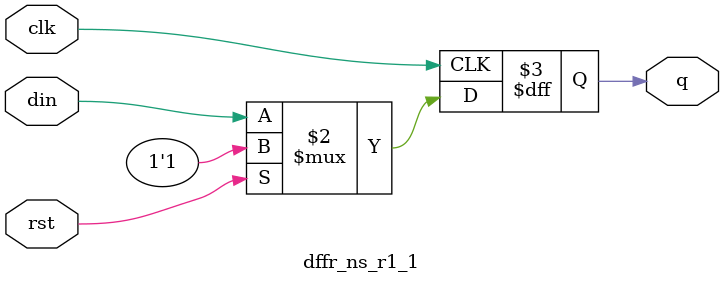
<source format=v>
module dffr_ns_r1_1 (din, clk, rst, q);
parameter SIZE = 1;
input   [SIZE-1:0]      din ;   
input                   clk ;   
input                   rst ;   
output  [SIZE-1:0]      q ;     
reg     [SIZE-1:0]      q ;
always @ (posedge clk)
  q[SIZE-1:0] <= rst ? {SIZE{1'b1}} : din[SIZE-1:0];
endmodule
</source>
